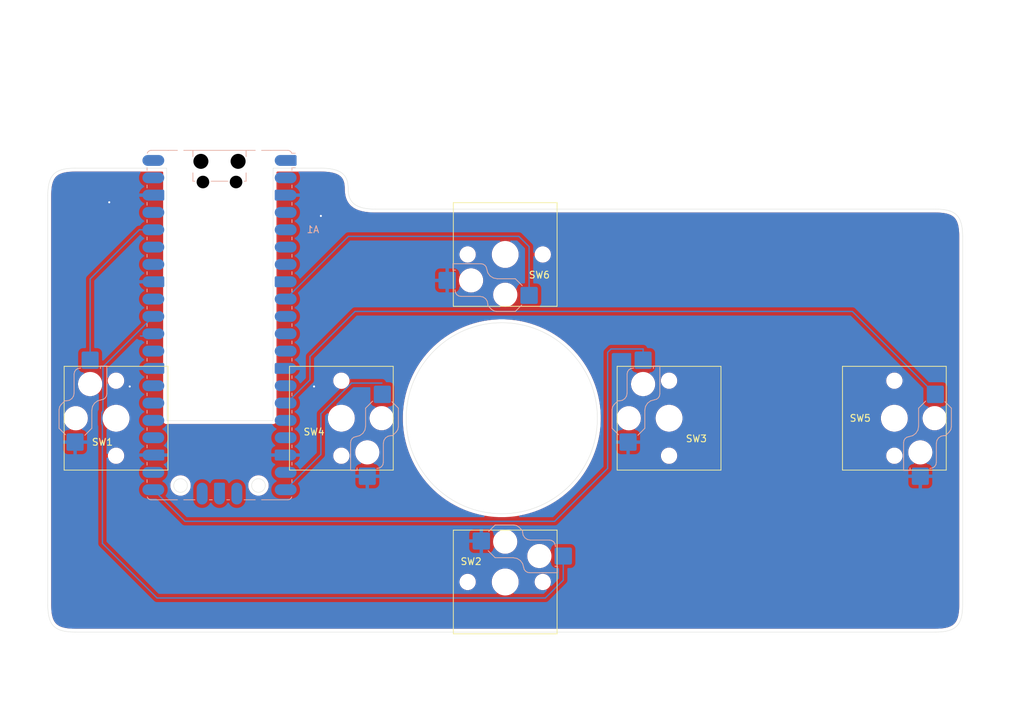
<source format=kicad_pcb>
(kicad_pcb (version 20241229) (generator "pcbnew") (generator_version "9.0")
  (title_block (title "DPedal"))
  (layers (0 "F.Cu" signal) (2 "B.Cu" signal) (13 "F.Paste" user) (15 "B.Paste" user) (5 "F.SilkS" user "F.Silkscreen") (7 "B.SilkS" user "B.Silkscreen") (1 "F.Mask" user) (3 "B.Mask" user) (25 "Edge.Cuts" user))
  (net 0 "")
  (net 7 "Net-(A1-GPIO15)")
  (net 9 "Net-(A1-GPIO7)")
  (net 14 "unconnected-(A1-GPIO8-Pad11)")
  (net 16 "Net-(A1-GPIO20)")
  (net 17 "Net-(A1-GPIO27_ADC1)")
  (net 20 "Net-(A1-GPIO16)")
  (net 34 "Net-(A1-GPIO3)")
  (net 35 "GND")
  (footprint "PCM_Switch_Keyboard_Hotswap_Kailh:SW_Hotswap_Kailh_Choc_V1" (layer "F.Cu") (at 224 136.65 -90)
    (property "Reference" "SW5" (at 0 5 0) (layer "F.SilkS"))
    (property "Value" "SW_Push")
    (pad "" np_thru_hole circle (at -5.5 0 270) (size 1.9 1.9) (drill 1.9) (layers "*.Cu" "*.Mask"))
    (pad "" np_thru_hole circle (at 0 -5.9 270) (size 3.05 3.05) (drill 3.05) (layers "*.Cu" "*.Mask"))
    (pad "" np_thru_hole circle (at 0 0 270) (size 3.45 3.45) (drill 3.45) (layers "*.Cu" "*.Mask"))
    (pad "" np_thru_hole circle (at 5 -3.8 270) (size 3.05 3.05) (drill 3.05) (layers "*.Cu" "*.Mask"))
    (pad "" np_thru_hole circle (at 5.5 0 270) (size 1.9 1.9) (drill 1.9) (layers "*.Cu" "*.Mask"))
    (pad "1" smd roundrect (at -3.5 -6 270) (size 2.55 2.5) (layers "B.Cu" "B.Mask" "B.Paste") (roundrect_rratio 0.1) (net 16 "Net-(A1-GPIO20)"))
    (pad "2" smd roundrect (at 8.5 -3.8 270) (size 2.55 2.5) (layers "B.Cu" "B.Mask" "B.Paste") (roundrect_rratio 0.1) (net 35 "GND"))
  )
  (footprint "PCM_Switch_Keyboard_Hotswap_Kailh:SW_Hotswap_Kailh_Choc_V1" (layer "F.Cu") (at 191 136.65 90)
    (property "Reference" "SW3" (at -3 4 180) (layer "F.SilkS"))
    (property "Value" "SW_Push")
    (pad "" np_thru_hole circle (at -5.5 0 90) (size 1.9 1.9) (drill 1.9) (layers "*.Cu" "*.Mask"))
    (pad "" np_thru_hole circle (at 0 -5.9 90) (size 3.05 3.05) (drill 3.05) (layers "*.Cu" "*.Mask"))
    (pad "" np_thru_hole circle (at 0 0 90) (size 3.45 3.45) (drill 3.45) (layers "*.Cu" "*.Mask"))
    (pad "" np_thru_hole circle (at 5 -3.8 90) (size 3.05 3.05) (drill 3.05) (layers "*.Cu" "*.Mask"))
    (pad "" np_thru_hole circle (at 5.5 0 90) (size 1.9 1.9) (drill 1.9) (layers "*.Cu" "*.Mask"))
    (pad "1" smd roundrect (at -3.5 -6 90) (size 2.55 2.5) (layers "B.Cu" "B.Mask" "B.Paste") (roundrect_rratio 0.1) (net 35 "GND"))
    (pad "2" smd roundrect (at 8.5 -3.8 90) (size 2.55 2.5) (layers "B.Cu" "B.Mask" "B.Paste") (roundrect_rratio 0.1) (net 7 "Net-(A1-GPIO15)"))
  )
  (footprint "PCM_Switch_Keyboard_Hotswap_Kailh:SW_Hotswap_Kailh_Choc_V1" (layer "F.Cu") (at 110 136.65 90)
    (property "Reference" "SW1" (at -3.5 -2 180) (layer "F.SilkS"))
    (property "Value" "SW_Push")
    (pad "" np_thru_hole circle (at -5.5 0 90) (size 1.9 1.9) (drill 1.9) (layers "*.Cu" "*.Mask"))
    (pad "" np_thru_hole circle (at 0 -5.9 90) (size 3.05 3.05) (drill 3.05) (layers "*.Cu" "*.Mask"))
    (pad "" np_thru_hole circle (at 0 0 90) (size 3.45 3.45) (drill 3.45) (layers "*.Cu" "*.Mask"))
    (pad "" np_thru_hole circle (at 5 -3.8 90) (size 3.05 3.05) (drill 3.05) (layers "*.Cu" "*.Mask"))
    (pad "" np_thru_hole circle (at 5.5 0 90) (size 1.9 1.9) (drill 1.9) (layers "*.Cu" "*.Mask"))
    (pad "1" smd roundrect (at -3.5 -6 90) (size 2.55 2.5) (layers "B.Cu" "B.Mask" "B.Paste") (roundrect_rratio 0.1) (net 35 "GND"))
    (pad "2" smd roundrect (at 8.5 -3.8 90) (size 2.55 2.5) (layers "B.Cu" "B.Mask" "B.Paste") (roundrect_rratio 0.1) (net 34 "Net-(A1-GPIO3)"))
  )
  (footprint "PCM_Switch_Keyboard_Hotswap_Kailh:SW_Hotswap_Kailh_Choc_V1" (layer "F.Cu") (at 167 160.65)
    (property "Reference" "SW2" (at -5 -3 0) (layer "F.SilkS"))
    (property "Value" "SW_Push")
    (pad "" np_thru_hole circle (at -5.5 0) (size 1.9 1.9) (drill 1.9) (layers "*.Cu" "*.Mask"))
    (pad "" np_thru_hole circle (at 0 -5.9) (size 3.05 3.05) (drill 3.05) (layers "*.Cu" "*.Mask"))
    (pad "" np_thru_hole circle (at 0 0) (size 3.45 3.45) (drill 3.45) (layers "*.Cu" "*.Mask"))
    (pad "" np_thru_hole circle (at 5 -3.8) (size 3.05 3.05) (drill 3.05) (layers "*.Cu" "*.Mask"))
    (pad "" np_thru_hole circle (at 5.5 0) (size 1.9 1.9) (drill 1.9) (layers "*.Cu" "*.Mask"))
    (pad "1" smd roundrect (at -3.5 -6) (size 2.55 2.5) (layers "B.Cu" "B.Mask" "B.Paste") (roundrect_rratio 0.1) (net 35 "GND"))
    (pad "2" smd roundrect (at 8.5 -3.8) (size 2.55 2.5) (layers "B.Cu" "B.Mask" "B.Paste") (roundrect_rratio 0.1) (net 9 "Net-(A1-GPIO7)"))
  )
  (footprint "PCM_Switch_Keyboard_Hotswap_Kailh:SW_Hotswap_Kailh_Choc_V1" (layer "F.Cu") (at 167 112.65 180)
    (property "Reference" "SW6" (at -5 -3 0) (layer "F.SilkS"))
    (property "Value" "SW_Push")
    (pad "" np_thru_hole circle (at -5.5 0 180) (size 1.9 1.9) (drill 1.9) (layers "*.Cu" "*.Mask"))
    (pad "" np_thru_hole circle (at 0 -5.9 180) (size 3.05 3.05) (drill 3.05) (layers "*.Cu" "*.Mask"))
    (pad "" np_thru_hole circle (at 0 0 180) (size 3.45 3.45) (drill 3.45) (layers "*.Cu" "*.Mask"))
    (pad "" np_thru_hole circle (at 5 -3.8 180) (size 3.05 3.05) (drill 3.05) (layers "*.Cu" "*.Mask"))
    (pad "" np_thru_hole circle (at 5.5 0 180) (size 1.9 1.9) (drill 1.9) (layers "*.Cu" "*.Mask"))
    (pad "1" smd roundrect (at -3.5 -6 180) (size 2.55 2.5) (layers "B.Cu" "B.Mask" "B.Paste") (roundrect_rratio 0.1) (net 17 "Net-(A1-GPIO27_ADC1)"))
    (pad "2" smd roundrect (at 8.5 -3.8 180) (size 2.55 2.5) (layers "B.Cu" "B.Mask" "B.Paste") (roundrect_rratio 0.1) (net 35 "GND"))
  )
  (footprint "PCM_Switch_Keyboard_Hotswap_Kailh:SW_Hotswap_Kailh_Choc_V1" (layer "F.Cu") (at 143 136.65 -90)
    (property "Reference" "SW4" (at 2 4 0) (layer "F.SilkS"))
    (property "Value" "SW_Push")
    (pad "" np_thru_hole circle (at -5.5 0 270) (size 1.9 1.9) (drill 1.9) (layers "*.Cu" "*.Mask"))
    (pad "" np_thru_hole circle (at 0 -5.9 270) (size 3.05 3.05) (drill 3.05) (layers "*.Cu" "*.Mask"))
    (pad "" np_thru_hole circle (at 0 0 270) (size 3.45 3.45) (drill 3.45) (layers "*.Cu" "*.Mask"))
    (pad "" np_thru_hole circle (at 5 -3.8 270) (size 3.05 3.05) (drill 3.05) (layers "*.Cu" "*.Mask"))
    (pad "" np_thru_hole circle (at 5.5 0 270) (size 1.9 1.9) (drill 1.9) (layers "*.Cu" "*.Mask"))
    (pad "1" smd roundrect (at -3.5 -6 270) (size 2.55 2.5) (layers "B.Cu" "B.Mask" "B.Paste") (roundrect_rratio 0.1) (net 20 "Net-(A1-GPIO16)"))
    (pad "2" smd roundrect (at 8.5 -3.8 270) (size 2.55 2.5) (layers "B.Cu" "B.Mask" "B.Paste") (roundrect_rratio 0.1) (net 35 "GND"))
  )
  (footprint "Module:RaspberryPi_Pico_SMD_HandSolder" (layer "B.Cu") (at 125.15 123 180)
    (property "Reference" "A1" (at -14.69 14 0) (layer "B.SilkS") (effects (justify left mirror)))
    (property "Value" "RaspberryPi_Pico")
    (pad "" smd rect (at -8.89 -24.13 180) (size 3.8 2.2) (drill (offset -0.8 0)) (layers "B.Paste"))
    (pad "" smd rect (at -8.89 -21.59 180) (size 3.8 2.2) (drill (offset -0.8 0)) (layers "B.Paste"))
    (pad "" smd rect (at -8.89 -19.05 180) (size 3.8 2.2) (drill (offset -0.8 0)) (layers "B.Paste"))
    (pad "" smd rect (at -8.89 -16.51 180) (size 3.8 2.2) (drill (offset -0.8 0)) (layers "B.Paste"))
    (pad "" smd rect (at -8.89 -13.97 180) (size 3.8 2.2) (drill (offset -0.8 0)) (layers "B.Paste"))
    (pad "" smd rect (at -8.89 -11.43 180) (size 3.8 2.2) (drill (offset -0.8 0)) (layers "B.Paste"))
    (pad "" smd rect (at -8.89 -8.89 180) (size 3.8 2.2) (drill (offset -0.8 0)) (layers "B.Paste"))
    (pad "" smd rect (at -8.89 -6.35 180) (size 3.8 2.2) (drill (offset -0.8 0)) (layers "B.Paste"))
    (pad "" smd rect (at -8.89 -3.81 180) (size 3.8 2.2) (drill (offset -0.8 0)) (layers "B.Paste"))
    (pad "" smd rect (at -8.89 -1.27 180) (size 3.8 2.2) (drill (offset -0.8 0)) (layers "B.Paste"))
    (pad "" smd rect (at -8.89 1.27 180) (size 3.8 2.2) (drill (offset -0.8 0)) (layers "B.Paste"))
    (pad "" smd rect (at -8.89 3.81 180) (size 3.8 2.2) (drill (offset -0.8 0)) (layers "B.Paste"))
    (pad "" smd rect (at -8.89 6.35 180) (size 3.8 2.2) (drill (offset -0.8 0)) (layers "B.Paste"))
    (pad "" smd rect (at -8.89 8.89 180) (size 3.8 2.2) (drill (offset -0.8 0)) (layers "B.Paste"))
    (pad "" smd rect (at -8.89 11.43 180) (size 3.8 2.2) (drill (offset -0.8 0)) (layers "B.Paste"))
    (pad "" smd rect (at -8.89 13.97 180) (size 3.8 2.2) (drill (offset -0.8 0)) (layers "B.Paste"))
    (pad "" smd rect (at -8.89 16.51 180) (size 3.8 2.2) (drill (offset -0.8 0)) (layers "B.Paste"))
    (pad "" smd rect (at -8.89 19.05 180) (size 3.8 2.2) (drill (offset -0.8 0)) (layers "B.Paste"))
    (pad "" smd rect (at -8.89 21.59 180) (size 3.8 2.2) (drill (offset -0.8 0)) (layers "B.Paste"))
    (pad "" smd rect (at -8.89 24.13 180) (size 3.8 2.2) (drill (offset -0.8 0)) (layers "B.Paste"))
    (pad "" np_thru_hole circle (at -2.725 24 180) (size 2.2 2.2) (drill 2.2) (layers "*.Mask"))
    (pad "" smd rect (at -2.54 -23.9 180) (size 2.2 3.8) (drill (offset 0 -0.8)) (layers "B.Paste"))
    (pad "" np_thru_hole circle (at -2.425 20.97 180) (size 1.85 1.85) (drill 1.85) (layers "*.Mask"))
    (pad "" smd rect (at 0 -23.9 180) (size 2.2 3.8) (drill (offset 0 -0.8)) (layers "B.Paste"))
    (pad "" np_thru_hole circle (at 2.425 20.97 180) (size 1.85 1.85) (drill 1.85) (layers "*.Mask"))
    (pad "" smd rect (at 2.54 -23.9 180) (size 2.2 3.8) (drill (offset 0 -0.8)) (layers "B.Paste"))
    (pad "" np_thru_hole circle (at 2.725 24 180) (size 2.2 2.2) (drill 2.2) (layers "*.Mask"))
    (pad "" smd rect (at 8.89 -24.13 180) (size 3.8 2.2) (drill (offset 0.8 0)) (layers "B.Paste"))
    (pad "" smd rect (at 8.89 -21.59 180) (size 3.8 2.2) (drill (offset 0.8 0)) (layers "B.Paste"))
    (pad "" smd rect (at 8.89 -19.05 180) (size 3.8 2.2) (drill (offset 0.8 0)) (layers "B.Paste"))
    (pad "" smd rect (at 8.89 -16.51 180) (size 3.8 2.2) (drill (offset 0.8 0)) (layers "B.Paste"))
    (pad "" smd rect (at 8.89 -13.97 180) (size 3.8 2.2) (drill (offset 0.8 0)) (layers "B.Paste"))
    (pad "" smd rect (at 8.89 -11.43 180) (size 3.8 2.2) (drill (offset 0.8 0)) (layers "B.Paste"))
    (pad "" smd rect (at 8.89 -8.89 180) (size 3.8 2.2) (drill (offset 0.8 0)) (layers "B.Paste"))
    (pad "" smd rect (at 8.89 -6.35 180) (size 3.8 2.2) (drill (offset 0.8 0)) (layers "B.Paste"))
    (pad "" smd rect (at 8.89 -3.81 180) (size 3.8 2.2) (drill (offset 0.8 0)) (layers "B.Paste"))
    (pad "" smd rect (at 8.89 -1.27 180) (size 3.8 2.2) (drill (offset 0.8 0)) (layers "B.Paste"))
    (pad "" smd rect (at 8.89 1.27 180) (size 3.8 2.2) (drill (offset 0.8 0)) (layers "B.Paste"))
    (pad "" smd rect (at 8.89 3.81 180) (size 3.8 2.2) (drill (offset 0.8 0)) (layers "B.Paste"))
    (pad "" smd rect (at 8.89 6.35 180) (size 3.8 2.2) (drill (offset 0.8 0)) (layers "B.Paste"))
    (pad "" smd rect (at 8.89 8.89 180) (size 3.8 2.2) (drill (offset 0.8 0)) (layers "B.Paste"))
    (pad "" smd rect (at 8.89 11.43 180) (size 3.8 2.2) (drill (offset 0.8 0)) (layers "B.Paste"))
    (pad "" smd rect (at 8.89 13.97 180) (size 3.8 2.2) (drill (offset 0.8 0)) (layers "B.Paste"))
    (pad "" smd rect (at 8.89 16.51 180) (size 3.8 2.2) (drill (offset 0.8 0)) (layers "B.Paste"))
    (pad "" smd rect (at 8.89 19.05 180) (size 3.8 2.2) (drill (offset 0.8 0)) (layers "B.Paste"))
    (pad "" smd rect (at 8.89 21.59 180) (size 3.8 2.2) (drill (offset 0.8 0)) (layers "B.Paste"))
    (pad "" smd rect (at 8.89 24.13 180) (size 3.8 2.2) (drill (offset 0.8 0)) (layers "B.Paste"))
    (pad "1" smd roundrect (at 9.69 24.13 180) (size 3.2 1.6) (layers "B.Cu" "B.Mask") (roundrect_rratio 0.5))
    (pad "2" smd roundrect (at 9.69 21.59 180) (size 3.2 1.6) (layers "B.Cu" "B.Mask") (roundrect_rratio 0.5))
    (pad "3" smd custom (at 9.69 19.05 180) (size 1.6 0.8) (layers "B.Cu" "B.Mask") (net 35 "GND") (options (clearance outline) (anchor rect)) (primitives (gr_circle (center 0.8 0) (end 1.6 0) (width 0) (fill yes)) (gr_poly (pts (xy -1.6 0.6) (xy -1.6 -0.6) (xy -1.4 -0.8) (xy 0.8 -0.8) (xy 0.8 0.8) (xy -1.4 0.8)) (width 0) (fill yes)) (gr_circle (center -1.4 0.6) (end -1.2 0.6) (width 0) (fill yes)) (gr_circle (center -1.4 -0.6) (end -1.2 -0.6) (width 0) (fill yes))))
    (pad "4" smd roundrect (at 9.69 16.51 180) (size 3.2 1.6) (layers "B.Cu" "B.Mask") (roundrect_rratio 0.5))
    (pad "5" smd roundrect (at 9.69 13.97 180) (size 3.2 1.6) (layers "B.Cu" "B.Mask") (roundrect_rratio 0.5) (net 34 "Net-(A1-GPIO3)"))
    (pad "6" smd roundrect (at 9.69 11.43 180) (size 3.2 1.6) (layers "B.Cu" "B.Mask") (roundrect_rratio 0.5))
    (pad "7" smd roundrect (at 9.69 8.89 180) (size 3.2 1.6) (layers "B.Cu" "B.Mask") (roundrect_rratio 0.5))
    (pad "8" smd custom (at 9.69 6.35 180) (size 1.6 0.8) (layers "B.Cu" "B.Mask") (net 35 "GND") (options (clearance outline) (anchor rect)) (primitives (gr_circle (center 0.8 0) (end 1.6 0) (width 0) (fill yes)) (gr_poly (pts (xy -1.6 0.6) (xy -1.6 -0.6) (xy -1.4 -0.8) (xy 0.8 -0.8) (xy 0.8 0.8) (xy -1.4 0.8)) (width 0) (fill yes)) (gr_circle (center -1.4 0.6) (end -1.2 0.6) (width 0) (fill yes)) (gr_circle (center -1.4 -0.6) (end -1.2 -0.6) (width 0) (fill yes))))
    (pad "9" smd roundrect (at 9.69 3.81 180) (size 3.2 1.6) (layers "B.Cu" "B.Mask") (roundrect_rratio 0.5))
    (pad "10" smd roundrect (at 9.69 1.27 180) (size 3.2 1.6) (layers "B.Cu" "B.Mask") (roundrect_rratio 0.5) (net 9 "Net-(A1-GPIO7)"))
    (pad "11" smd roundrect (at 9.69 -1.27 180) (size 3.2 1.6) (layers "B.Cu" "B.Mask") (roundrect_rratio 0.5) (net 14 "unconnected-(A1-GPIO8-Pad11)"))
    (pad "12" smd roundrect (at 9.69 -3.81 180) (size 3.2 1.6) (layers "B.Cu" "B.Mask") (roundrect_rratio 0.5))
    (pad "13" smd custom (at 9.69 -6.35 180) (size 1.6 0.8) (layers "B.Cu" "B.Mask") (net 35 "GND") (options (clearance outline) (anchor rect)) (primitives (gr_circle (center 0.8 0) (end 1.6 0) (width 0) (fill yes)) (gr_poly (pts (xy -1.6 0.6) (xy -1.6 -0.6) (xy -1.4 -0.8) (xy 0.8 -0.8) (xy 0.8 0.8) (xy -1.4 0.8)) (width 0) (fill yes)) (gr_circle (center -1.4 0.6) (end -1.2 0.6) (width 0) (fill yes)) (gr_circle (center -1.4 -0.6) (end -1.2 -0.6) (width 0) (fill yes))))
    (pad "14" smd roundrect (at 9.69 -8.89 180) (size 3.2 1.6) (layers "B.Cu" "B.Mask") (roundrect_rratio 0.5))
    (pad "15" smd roundrect (at 9.69 -11.43 180) (size 3.2 1.6) (layers "B.Cu" "B.Mask") (roundrect_rratio 0.5))
    (pad "16" smd roundrect (at 9.69 -13.97 180) (size 3.2 1.6) (layers "B.Cu" "B.Mask") (roundrect_rratio 0.5))
    (pad "17" smd roundrect (at 9.69 -16.51 180) (size 3.2 1.6) (layers "B.Cu" "B.Mask") (roundrect_rratio 0.5))
    (pad "18" smd custom (at 9.69 -19.05 180) (size 1.6 0.8) (layers "B.Cu" "B.Mask") (net 35 "GND") (options (clearance outline) (anchor rect)) (primitives (gr_circle (center 0.8 0) (end 1.6 0) (width 0) (fill yes)) (gr_poly (pts (xy -1.6 0.6) (xy -1.6 -0.6) (xy -1.4 -0.8) (xy 0.8 -0.8) (xy 0.8 0.8) (xy -1.4 0.8)) (width 0) (fill yes)) (gr_circle (center -1.4 0.6) (end -1.2 0.6) (width 0) (fill yes)) (gr_circle (center -1.4 -0.6) (end -1.2 -0.6) (width 0) (fill yes))))
    (pad "19" smd roundrect (at 9.69 -21.59 180) (size 3.2 1.6) (layers "B.Cu" "B.Mask") (roundrect_rratio 0.5))
    (pad "20" smd roundrect (at 9.69 -24.13 180) (size 3.2 1.6) (layers "B.Cu" "B.Mask") (roundrect_rratio 0.5) (net 7 "Net-(A1-GPIO15)"))
    (pad "21" smd roundrect (at -9.69 -24.13 180) (size 3.2 1.6) (layers "B.Cu" "B.Mask") (roundrect_rratio 0.5) (net 20 "Net-(A1-GPIO16)"))
    (pad "22" smd roundrect (at -9.69 -21.59 180) (size 3.2 1.6) (layers "B.Cu" "B.Mask") (roundrect_rratio 0.5))
    (pad "23" smd custom (at -9.69 -19.05 180) (size 1.6 0.8) (layers "B.Cu" "B.Mask") (net 35 "GND") (options (clearance outline) (anchor rect)) (primitives (gr_circle (center -0.8 0) (end 0 0) (width 0) (fill yes)) (gr_poly (pts (xy 1.6 0.6) (xy 1.6 -0.6) (xy 1.4 -0.8) (xy -0.8 -0.8) (xy -0.8 0.8) (xy 1.4 0.8)) (width 0) (fill yes)) (gr_circle (center 1.4 0.6) (end 1.6 0.6) (width 0) (fill yes)) (gr_circle (center 1.4 -0.6) (end 1.6 -0.6) (width 0) (fill yes))))
    (pad "24" smd roundrect (at -9.69 -16.51 180) (size 3.2 1.6) (layers "B.Cu" "B.Mask") (roundrect_rratio 0.5))
    (pad "25" smd roundrect (at -9.69 -13.97 180) (size 3.2 1.6) (layers "B.Cu" "B.Mask") (roundrect_rratio 0.5))
    (pad "26" smd roundrect (at -9.69 -11.43 180) (size 3.2 1.6) (layers "B.Cu" "B.Mask") (roundrect_rratio 0.5) (net 16 "Net-(A1-GPIO20)"))
    (pad "27" smd roundrect (at -9.69 -8.89 180) (size 3.2 1.6) (layers "B.Cu" "B.Mask") (roundrect_rratio 0.5))
    (pad "28" smd custom (at -9.69 -6.35 180) (size 1.6 0.8) (layers "B.Cu" "B.Mask") (net 35 "GND") (options (clearance outline) (anchor rect)) (primitives (gr_circle (center -0.8 0) (end 0 0) (width 0) (fill yes)) (gr_poly (pts (xy 1.6 0.6) (xy 1.6 -0.6) (xy 1.4 -0.8) (xy -0.8 -0.8) (xy -0.8 0.8) (xy 1.4 0.8)) (width 0) (fill yes)) (gr_circle (center 1.4 0.6) (end 1.6 0.6) (width 0) (fill yes)) (gr_circle (center 1.4 -0.6) (end 1.6 -0.6) (width 0) (fill yes))))
    (pad "29" smd roundrect (at -9.69 -3.81 180) (size 3.2 1.6) (layers "B.Cu" "B.Mask") (roundrect_rratio 0.5))
    (pad "30" smd roundrect (at -9.69 -1.27 180) (size 3.2 1.6) (layers "B.Cu" "B.Mask") (roundrect_rratio 0.5))
    (pad "31" smd roundrect (at -9.69 1.27 180) (size 3.2 1.6) (layers "B.Cu" "B.Mask") (roundrect_rratio 0.5))
    (pad "32" smd roundrect (at -9.69 3.81 180) (size 3.2 1.6) (layers "B.Cu" "B.Mask") (roundrect_rratio 0.5) (net 17 "Net-(A1-GPIO27_ADC1)"))
    (pad "33" smd custom (at -9.69 6.35 180) (size 1.6 0.8) (layers "B.Cu" "B.Mask") (net 35 "GND") (options (clearance outline) (anchor rect)) (primitives (gr_circle (center -0.8 0) (end 0 0) (width 0) (fill yes)) (gr_poly (pts (xy 1.6 0.6) (xy 1.6 -0.6) (xy 1.4 -0.8) (xy -0.8 -0.8) (xy -0.8 0.8) (xy 1.4 0.8)) (width 0) (fill yes)) (gr_circle (center 1.4 0.6) (end 1.6 0.6) (width 0) (fill yes)) (gr_circle (center 1.4 -0.6) (end 1.6 -0.6) (width 0) (fill yes))))
    (pad "34" smd roundrect (at -9.69 8.89 180) (size 3.2 1.6) (layers "B.Cu" "B.Mask") (roundrect_rratio 0.5))
    (pad "35" smd roundrect (at -9.69 11.43 180) (size 3.2 1.6) (layers "B.Cu" "B.Mask") (roundrect_rratio 0.5))
    (pad "36" smd roundrect (at -9.69 13.97 180) (size 3.2 1.6) (layers "B.Cu" "B.Mask") (roundrect_rratio 0.5))
    (pad "37" smd roundrect (at -9.69 16.51 180) (size 3.2 1.6) (layers "B.Cu" "B.Mask") (roundrect_rratio 0.5))
    (pad "38" smd custom (at -9.69 19.05 180) (size 1.6 0.8) (layers "B.Cu" "B.Mask") (net 35 "GND") (options (clearance outline) (anchor rect)) (primitives (gr_circle (center -0.8 0) (end 0 0) (width 0) (fill yes)) (gr_poly (pts (xy 1.6 0.6) (xy 1.6 -0.6) (xy 1.4 -0.8) (xy -0.8 -0.8) (xy -0.8 0.8) (xy 1.4 0.8)) (width 0) (fill yes)) (gr_circle (center 1.4 0.6) (end 1.6 0.6) (width 0) (fill yes)) (gr_circle (center 1.4 -0.6) (end 1.6 -0.6) (width 0) (fill yes))))
    (pad "39" smd roundrect (at -9.69 21.59 180) (size 3.2 1.6) (layers "B.Cu" "B.Mask") (roundrect_rratio 0.5))
    (pad "40" smd custom (at -9.69 24.13 180) (size 1.6 0.8) (layers "B.Cu" "B.Mask") (options (clearance outline) (anchor rect)) (primitives (gr_circle (center 0.8 0) (end 1.6 0) (width 0) (fill yes)) (gr_poly (pts (xy -1.6 0.6) (xy -1.6 -0.6) (xy -1.4 -0.8) (xy 0.8 -0.8) (xy 0.8 0.8) (xy -1.4 0.8)) (width 0) (fill yes)) (gr_circle (center -1.4 0.6) (end -1.2 0.6) (width 0) (fill yes)) (gr_circle (center -1.4 -0.6) (end -1.2 -0.6) (width 0) (fill yes))))
    (pad "D1" smd roundrect (at 2.54 -23.9 90) (size 3.2 1.6) (drill (offset -0.8 0)) (layers "B.Cu" "B.Mask") (roundrect_rratio 0.5))
    (pad "D2" smd custom (at 0 -23.9 270) (size 1.6 1.6) (layers "B.Cu" "B.Mask") (net 35 "GND") (options (clearance outline) (anchor circle)) (primitives (gr_poly (pts (xy -0.8 0.6) (xy -0.8 -0.6) (xy -0.6 -0.8) (xy 1.6 -0.8) (xy 1.6 0.8) (xy -0.6 0.8)) (width 0) (fill yes)) (gr_circle (center -0.6 -0.6) (end -0.4 -0.6) (width 0) (fill yes)) (gr_circle (center -0.6 0.6) (end -0.4 0.6) (width 0) (fill yes)) (gr_circle (center 1.6 0) (end 2.4 0) (width 0) (fill yes))))
    (pad "D3" smd roundrect (at -2.54 -23.9 90) (size 3.2 1.6) (drill (offset -0.8 0)) (layers "B.Cu" "B.Mask") (roundrect_rratio 0.5))
    (zone (net 0) (net_name "") (layers "B.Cu" "B.Paste") (name "Pad Keep Out TP2") (connect_pads (clearance 0)) (min_thickness 0.25)
      (keepout (tracks not_allowed) (vias not_allowed) (pads not_allowed) (copperpour not_allowed) (footprints allowed))
      (fill (thermal_gap 0.5) (thermal_bridge_width 0.5))
      (polygon (pts (xy 124.15 99.665) (xy 123.7 99.665) (xy 123.634455 99.662861) (xy 123.507833 99.628933) (xy 123.394306 99.563388) (xy 123.301612 99.470694) (xy 123.236067 99.357167) (xy 123.202139 99.230545) (xy 123.2 99.165) (xy 123.2 98.265) (xy 123.202139 98.199455) (xy 123.236067 98.072833) (xy 123.301612 97.959306) (xy 123.394306 97.866612) (xy 123.507833 97.801067) (xy 123.634455 97.767139) (xy 123.7 97.765) (xy 124.15 97.765)))
    )
    (zone (net 0) (net_name "") (layers "B.Cu" "B.Paste") (name "Pad Keep Out TP7") (connect_pads (clearance 0)) (min_thickness 0.25)
      (keepout (tracks not_allowed) (vias not_allowed) (pads not_allowed) (copperpour not_allowed) (footprints allowed))
      (fill (thermal_gap 0.5) (thermal_bridge_width 0.5))
      (polygon (pts (xy 124.15 118.95) (xy 123.7 118.95) (xy 123.634455 118.947861) (xy 123.507833 118.913933) (xy 123.394306 118.848388) (xy 123.301612 118.755694) (xy 123.236067 118.642167) (xy 123.202139 118.515545) (xy 123.2 118.45) (xy 123.2 117.55) (xy 123.202139 117.484455) (xy 123.236067 117.357833) (xy 123.301612 117.244306) (xy 123.394306 117.151612) (xy 123.507833 117.086067) (xy 123.634455 117.052139) (xy 123.7 117.05) (xy 124.15 117.05)))
    )
    (zone (net 0) (net_name "") (layers "B.Cu" "B.Paste") (name "Pad Keep Out TP2") (connect_pads (clearance 0)) (min_thickness 0.25)
      (keepout (tracks not_allowed) (vias not_allowed) (pads not_allowed) (copperpour not_allowed) (footprints allowed))
      (fill (thermal_gap 0.5) (thermal_bridge_width 0.5))
      (polygon (pts (xy 125.097861 98.199455) (xy 125.063932 98.072833) (xy 124.998388 97.959306) (xy 124.905694 97.866612) (xy 124.792167 97.801068) (xy 124.665545 97.767139) (xy 124.6 97.765) (xy 124.15 97.765) (xy 124.15 99.665) (xy 124.6 99.665) (xy 124.665545 99.662861) (xy 124.792167 99.628932) (xy 124.905694 99.563388) (xy 124.998388 99.470694) (xy 125.063932 99.357167) (xy 125.097861 99.230545) (xy 125.1 99.165) (xy 125.1 98.265)))
    )
    (zone (net 0) (net_name "") (layers "B.Cu" "B.Paste") (name "Pad Keep Out TP7") (connect_pads (clearance 0)) (min_thickness 0.25)
      (keepout (tracks not_allowed) (vias not_allowed) (pads not_allowed) (copperpour not_allowed) (footprints allowed))
      (fill (thermal_gap 0.5) (thermal_bridge_width 0.5))
      (polygon (pts (xy 125.097861 117.484455) (xy 125.063932 117.357833) (xy 124.998388 117.244306) (xy 124.905694 117.151612) (xy 124.792167 117.086068) (xy 124.665545 117.052139) (xy 124.6 117.05) (xy 124.15 117.05) (xy 124.15 118.95) (xy 124.6 118.95) (xy 124.665545 118.947861) (xy 124.792167 118.913932) (xy 124.905694 118.848388) (xy 124.998388 118.755694) (xy 125.063932 118.642167) (xy 125.097861 118.515545) (xy 125.1 118.45) (xy 125.1 117.55)))
    )
    (zone (net 0) (net_name "") (layers "B.Cu" "B.Paste") (name "Pad Keep Out TP1") (connect_pads (clearance 0)) (min_thickness 0.25)
      (keepout (tracks not_allowed) (vias not_allowed) (pads not_allowed) (copperpour not_allowed) (footprints allowed))
      (fill (thermal_gap 0.5) (thermal_bridge_width 0.5))
      (polygon (pts (xy 125.15 102.95) (xy 124.7 102.95) (xy 124.634455 102.947861) (xy 124.507833 102.913933) (xy 124.394306 102.848388) (xy 124.301612 102.755694) (xy 124.236067 102.642167) (xy 124.202139 102.515545) (xy 124.2 102.45) (xy 124.2 101.55) (xy 124.202139 101.484455) (xy 124.236067 101.357833) (xy 124.301612 101.244306) (xy 124.394306 101.151612) (xy 124.507833 101.086067) (xy 124.634455 101.052139) (xy 124.7 101.05) (xy 125.15 101.05)))
    )
    (zone (net 0) (net_name "") (layers "B.Cu" "B.Paste") (name "Pad Keep Out TP1") (connect_pads (clearance 0)) (min_thickness 0.25)
      (keepout (tracks not_allowed) (vias not_allowed) (pads not_allowed) (copperpour not_allowed) (footprints allowed))
      (fill (thermal_gap 0.5) (thermal_bridge_width 0.5))
      (polygon (pts (xy 126.097861 101.484455) (xy 126.063932 101.357833) (xy 125.998388 101.244306) (xy 125.905694 101.151612) (xy 125.792167 101.086068) (xy 125.665545 101.052139) (xy 125.6 101.05) (xy 125.15 101.05) (xy 125.15 102.95) (xy 125.6 102.95) (xy 125.665545 102.947861) (xy 125.792167 102.913932) (xy 125.905694 102.848388) (xy 125.998388 102.755694) (xy 126.063932 102.642167) (xy 126.097861 102.515545) (xy 126.1 102.45) (xy 126.1 101.55)))
    )
    (zone (net 0) (net_name "") (layers "B.Cu" "B.Paste") (name "Pad Keep Out TP3") (connect_pads (clearance 0)) (min_thickness 0.25)
      (keepout (tracks not_allowed) (vias not_allowed) (pads not_allowed) (copperpour not_allowed) (footprints allowed))
      (fill (thermal_gap 0.5) (thermal_bridge_width 0.5))
      (polygon (pts (xy 126.15 99.65) (xy 125.7 99.65) (xy 125.634455 99.647861) (xy 125.507833 99.613933) (xy 125.394306 99.548388) (xy 125.301612 99.455694) (xy 125.236067 99.342167) (xy 125.202139 99.215545) (xy 125.2 99.15) (xy 125.2 98.25) (xy 125.202139 98.184455) (xy 125.236067 98.057833) (xy 125.301612 97.944306) (xy 125.394306 97.851612) (xy 125.507833 97.786067) (xy 125.634455 97.752139) (xy 125.7 97.75) (xy 126.15 97.75)))
    )
    (zone (net 0) (net_name "") (layers "B.Cu" "B.Paste") (name "Pad Keep Out TP4") (connect_pads (clearance 0)) (min_thickness 0.25)
      (keepout (tracks not_allowed) (vias not_allowed) (pads not_allowed) (copperpour not_allowed) (footprints allowed))
      (fill (thermal_gap 0.5) (thermal_bridge_width 0.5))
      (polygon (pts (xy 126.7 108.75) (xy 126.7 105.05) (xy 126.702139 104.984455) (xy 126.736067 104.857833) (xy 126.801612 104.744306) (xy 126.894306 104.651612) (xy 127.007833 104.586067) (xy 127.134455 104.552139) (xy 127.2 104.55) (xy 128.1 104.55) (xy 128.165545 104.552139) (xy 128.292167 104.586067) (xy 128.405694 104.651612) (xy 128.498388 104.744306) (xy 128.563933 104.857833) (xy 128.597861 104.984455) (xy 128.6 105.05) (xy 128.6 108.75)))
    )
    (zone (net 0) (net_name "") (layers "B.Cu" "B.Paste") (name "Pad Keep Out TP3") (connect_pads (clearance 0)) (min_thickness 0.25)
      (keepout (tracks not_allowed) (vias not_allowed) (pads not_allowed) (copperpour not_allowed) (footprints allowed))
      (fill (thermal_gap 0.5) (thermal_bridge_width 0.5))
      (polygon (pts (xy 127.097861 98.184455) (xy 127.063932 98.057833) (xy 126.998388 97.944306) (xy 126.905694 97.851612) (xy 126.792167 97.786068) (xy 126.665545 97.752139) (xy 126.6 97.75) (xy 126.15 97.75) (xy 126.15 99.65) (xy 126.6 99.65) (xy 126.665545 99.647861) (xy 126.792167 99.613932) (xy 126.905694 99.548388) (xy 126.998388 99.455694) (xy 127.063932 99.342167) (xy 127.097861 99.215545) (xy 127.1 99.15) (xy 127.1 98.25)))
    )
    (zone (net 0) (net_name "") (layers "B.Cu" "B.Paste") (name "Pad Keep Out TP6") (connect_pads (clearance 0)) (min_thickness 0.25)
      (keepout (tracks not_allowed) (vias not_allowed) (pads not_allowed) (copperpour not_allowed) (footprints allowed))
      (fill (thermal_gap 0.5) (thermal_bridge_width 0.5))
      (polygon (pts (xy 128.165545 112.947861) (xy 128.292167 112.913932) (xy 128.405694 112.848388) (xy 128.498388 112.755694) (xy 128.563932 112.642167) (xy 128.597861 112.515545) (xy 128.6 112.45) (xy 128.6 108.75) (xy 126.7 108.75) (xy 126.7 112.45) (xy 126.702139 112.515545) (xy 126.736068 112.642167) (xy 126.801612 112.755694) (xy 126.894306 112.848388) (xy 127.007833 112.913932) (xy 127.134455 112.947861) (xy 127.2 112.95) (xy 128.1 112.95)))
    )
  )
  (gr_line (start 148 106) (end 230 106) (stroke (width 0.05)) (layer "Edge.Cuts"))
  (gr_curve (pts (xy 100 164) (xy 100 167) (xy 101 168) (xy 104 168)) (stroke (width 0.05)) (layer "Edge.Cuts"))
  (gr_line (start 234 164) (end 234 110) (stroke (width 0.05)) (layer "Edge.Cuts"))
  (gr_curve (pts (xy 234 164) (xy 234 167) (xy 233 168) (xy 230 168)) (stroke (width 0.05)) (layer "Edge.Cuts"))
  (gr_line (start 230 168) (end 104 168) (stroke (width 0.05)) (layer "Edge.Cuts"))
  (gr_line (start 100 104) (end 100 164) (stroke (width 0.05)) (layer "Edge.Cuts"))
  (gr_circle (center 166.5 136.65) (end 180.5 136.65) (stroke (width 0.05)) (fill no) (layer "Edge.Cuts"))
  (gr_circle (center 130.85771 146.510434) (end 131.85771 146.510434) (stroke (width 0.05)) (fill no) (layer "Edge.Cuts"))
  (gr_line (start 117.4 137) (end 133 137) (stroke (width 0.05)) (layer "Edge.Cuts"))
  (gr_line (start 133 137) (end 133 100) (stroke (width 0.05)) (layer "Edge.Cuts"))
  (gr_line (start 104 100) (end 117.4 100) (stroke (width 0.05)) (layer "Edge.Cuts"))
  (gr_curve (pts (xy 140 100) (xy 143 100) (xy 144 101) (xy 144 103)) (stroke (width 0.05)) (layer "Edge.Cuts"))
  (gr_line (start 133 100) (end 140 100) (stroke (width 0.05)) (layer "Edge.Cuts"))
  (gr_circle (center 119.446989 146.51443) (end 120.446989 146.51443) (stroke (width 0.05)) (fill no) (layer "Edge.Cuts"))
  (gr_line (start 117.4 100) (end 117.4 137) (stroke (width 0.05)) (layer "Edge.Cuts"))
  (gr_curve (pts (xy 100 104) (xy 100 101) (xy 101 100) (xy 104 100)) (stroke (width 0.05)) (layer "Edge.Cuts"))
  (gr_curve (pts (xy 230 106) (xy 233 106) (xy 234 107) (xy 234 110)) (stroke (width 0.05)) (layer "Edge.Cuts"))
  (gr_curve (pts (xy 144 103) (xy 144 105) (xy 145 106) (xy 148 106)) (stroke (width 0.05)) (layer "Edge.Cuts"))
  (segment (start 187.2 126.5) (end 187.2 128.15) (width 0.2) (layer "B.Cu") (net 7))
  (segment (start 182 144) (end 182 127) (width 0.2) (layer "B.Cu") (net 7))
  (segment (start 182 127) (end 182.5 126.5) (width 0.2) (layer "B.Cu") (net 7))
  (segment (start 120.090201 151.760201) (end 174.239799 151.760201) (width 0.2) (layer "B.Cu") (net 7))
  (segment (start 174.239799 151.760201) (end 182 144) (width 0.2) (layer "B.Cu") (net 7))
  (segment (start 182.5 126.5) (end 187.2 126.5) (width 0.2) (layer "B.Cu") (net 7))
  (segment (start 115.46 147.13) (end 120.090201 151.760201) (width 0.2) (layer "B.Cu") (net 7))
  (segment (start 108 137.585907) (end 108 155) (width 0.2) (layer "B.Cu") (net 9))
  (segment (start 108.076 135.638093) (end 107.924 135.790093) (width 0.2) (layer "B.Cu") (net 9))
  (segment (start 108 155) (end 116 163) (width 0.2) (layer "B.Cu") (net 9))
  (segment (start 115.46 121.73) (end 108.076 129.114) (width 0.2) (layer "B.Cu") (net 9))
  (segment (start 107.924 135.790093) (end 107.924 137.509907) (width 0.2) (layer "B.Cu") (net 9))
  (segment (start 108.076 129.114) (end 108.076 135.638093) (width 0.2) (layer "B.Cu") (net 9))
  (segment (start 107.924 137.509907) (end 108 137.585907) (width 0.2) (layer "B.Cu") (net 9))
  (segment (start 172.885741 163) (end 175.5 160.385741) (width 0.2) (layer "B.Cu") (net 9))
  (segment (start 175.5 160.385741) (end 175.5 156.85) (width 0.2) (layer "B.Cu") (net 9))
  (segment (start 116 163) (end 172.885741 163) (width 0.2) (layer "B.Cu") (net 9))
  (segment (start 115.62 124.6) (end 113.560108 124.6) (width 0.2) (layer "B.Cu") (net 14))
  (segment (start 138.399 131.031) (end 138.399 127.601) (width 0.2) (layer "B.Cu") (net 16))
  (segment (start 217.85 121) (end 230 133.15) (width 0.2) (layer "B.Cu") (net 16))
  (segment (start 145 121) (end 217.85 121) (width 0.2) (layer "B.Cu") (net 16))
  (segment (start 135 134.43) (end 138.399 131.031) (width 0.2) (layer "B.Cu") (net 16))
  (segment (start 138.399 127.601) (end 145 121) (width 0.2) (layer "B.Cu") (net 16))
  (segment (start 134.84 119.19) (end 144.03 110) (width 0.2) (layer "B.Cu") (net 17))
  (segment (start 144.03 110) (end 169 110) (width 0.2) (layer "B.Cu") (net 17))
  (segment (start 169 110) (end 170.5 111.5) (width 0.2) (layer "B.Cu") (net 17))
  (segment (start 170.5 111.5) (end 170.5 118.65) (width 0.2) (layer "B.Cu") (net 17))
  (segment (start 134.84 147.13) (end 140 141.97) (width 0.2) (layer "B.Cu") (net 20))
  (segment (start 144.5 131.5) (end 148.935906 131.5) (width 0.2) (layer "B.Cu") (net 20))
  (segment (start 140 141.97) (end 140 136) (width 0.2) (layer "B.Cu") (net 20))
  (segment (start 140 136) (end 144.5 131.5) (width 0.2) (layer "B.Cu") (net 20))
  (segment (start 113.4029 109.03) (end 115.46 109.03) (width 0.2) (layer "B.Cu") (net 34))
  (segment (start 106.2 128.15) (end 106.2 116.2329) (width 0.2) (layer "B.Cu") (net 34))
  (segment (start 106.2 116.2329) (end 113.4029 109.03) (width 0.2) (layer "B.Cu") (net 34))
  (via (at 140 107) (size 0.6) (drill 0.3) (layers "F.Cu" "B.Cu") (net 35))
  (via (at 109 105) (size 0.6) (drill 0.3) (layers "F.Cu" "B.Cu") (net 35))
  (via (at 112 132) (size 0.6) (drill 0.3) (layers "F.Cu" "B.Cu") (net 35))
  (via (at 139 132) (size 0.6) (drill 0.3) (layers "F.Cu" "B.Cu") (net 35))
  (zone (net 35) (net_name "GND") (layers "F.Cu" "B.Cu") (name "ground plane") (connect_pads (clearance 0.5)) (min_thickness 0.25) (fill yes (thermal_gap 0.5) (thermal_bridge_width 0.5))
    (polygon (pts (xy 93 90) (xy 93 180) (xy 243 180) (xy 243 90)))
  )
)
</source>
